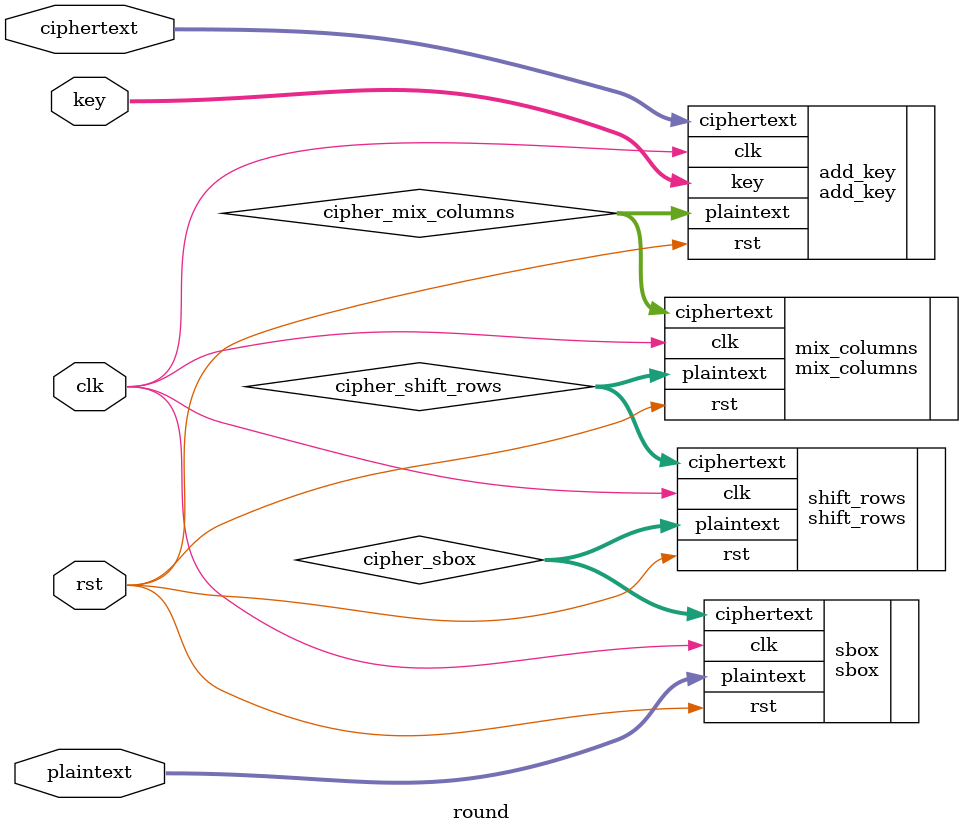
<source format=v>
module round (input clk,
              input rst,
              input [127:0] key,
              input [127:0] plaintext,
              inout [127:0] ciphertext);
    
    wire [127: 0] cipher_sbox;
    
    sbox sbox(
    .clk(clk),
    .rst(rst),
    .plaintext(plaintext),
    .ciphertext(cipher_sbox)
    );
    
    wire [127: 0] cipher_shift_rows;
    shift_rows shift_rows(
    .clk(clk),
    .rst(rst),
    .plaintext(cipher_sbox),
    .ciphertext(cipher_shift_rows)
    );
    
    wire [127: 0] cipher_mix_columns;
    mix_columns mix_columns(
    .clk(clk),
    .rst(rst),
    .plaintext(cipher_shift_rows),
    .ciphertext(cipher_mix_columns)
    );
    
    add_key add_key(
    .clk(clk),
    .rst(rst),
    .key(key),
    .plaintext(cipher_mix_columns),
    .ciphertext(ciphertext)
    );
    
endmodule

</source>
